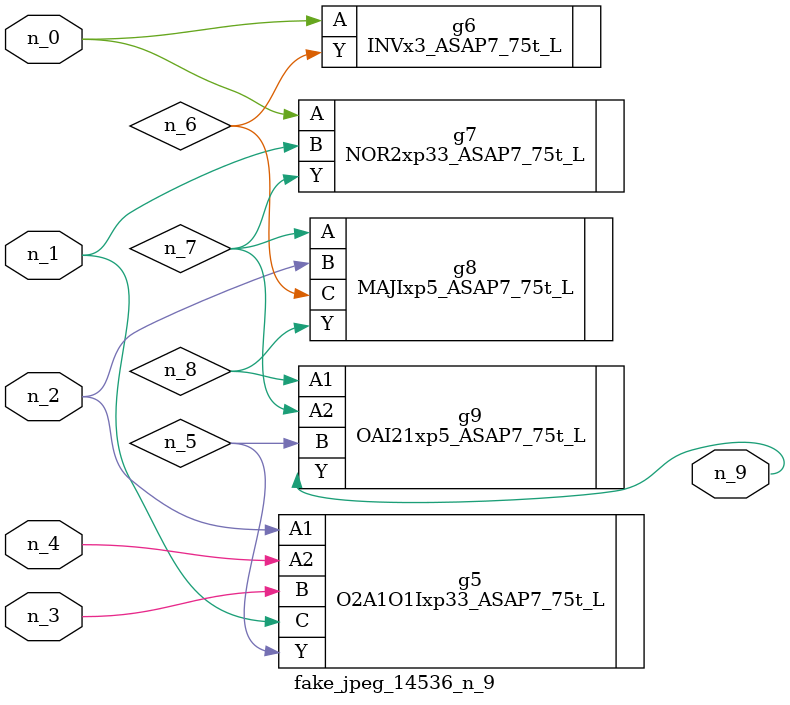
<source format=v>
module fake_jpeg_14536_n_9 (n_3, n_2, n_1, n_0, n_4, n_9);

input n_3;
input n_2;
input n_1;
input n_0;
input n_4;

output n_9;

wire n_8;
wire n_6;
wire n_5;
wire n_7;

O2A1O1Ixp33_ASAP7_75t_L g5 ( 
.A1(n_2),
.A2(n_4),
.B(n_3),
.C(n_1),
.Y(n_5)
);

INVx3_ASAP7_75t_L g6 ( 
.A(n_0),
.Y(n_6)
);

NOR2xp33_ASAP7_75t_L g7 ( 
.A(n_0),
.B(n_1),
.Y(n_7)
);

MAJIxp5_ASAP7_75t_L g8 ( 
.A(n_7),
.B(n_2),
.C(n_6),
.Y(n_8)
);

OAI21xp5_ASAP7_75t_L g9 ( 
.A1(n_8),
.A2(n_7),
.B(n_5),
.Y(n_9)
);


endmodule
</source>
